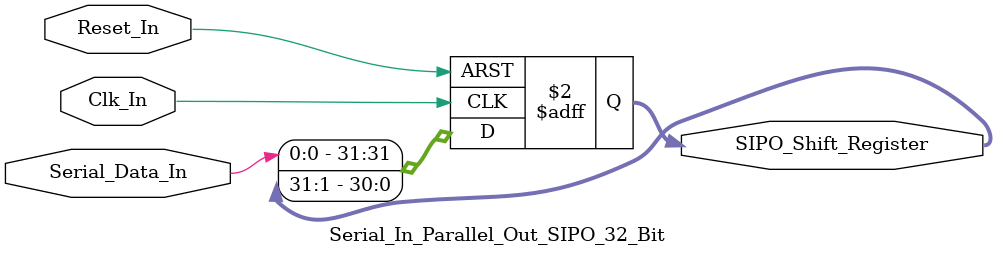
<source format=v>
/*
Verilog Code, to implement a Serial-In-Parallel-Out - SIPO - 32-Bit Shift Register.



Author : Prasad Narayan Ghatol
*/



module Serial_In_Parallel_Out_SIPO_32_Bit (
    input             Clk_In,
    input             Reset_In,

    input             Serial_Data_In,
    output reg [31:0] SIPO_Shift_Register
);



// --------------------------------------------------
// Serial-In-Parallel-Out - SIPO - 32-Bit Shift Register Logic
// --------------------------------------------------
always @ (negedge Clk_In or posedge Reset_In)
    begin
        if (Reset_In)
            begin
                SIPO_Shift_Register <= 32'b0;
            end
        else
            begin
                SIPO_Shift_Register[31] <= Serial_Data_In;
                SIPO_Shift_Register[30] <= SIPO_Shift_Register[31];
                SIPO_Shift_Register[29] <= SIPO_Shift_Register[30];
                SIPO_Shift_Register[28] <= SIPO_Shift_Register[29];
                SIPO_Shift_Register[27] <= SIPO_Shift_Register[28];
                SIPO_Shift_Register[26] <= SIPO_Shift_Register[27];
                SIPO_Shift_Register[25] <= SIPO_Shift_Register[26];
                SIPO_Shift_Register[24] <= SIPO_Shift_Register[25];
                SIPO_Shift_Register[23] <= SIPO_Shift_Register[24];
                SIPO_Shift_Register[22] <= SIPO_Shift_Register[23];
                SIPO_Shift_Register[21] <= SIPO_Shift_Register[22];
                SIPO_Shift_Register[20] <= SIPO_Shift_Register[21];
                SIPO_Shift_Register[19] <= SIPO_Shift_Register[20];
                SIPO_Shift_Register[18] <= SIPO_Shift_Register[19];
                SIPO_Shift_Register[17] <= SIPO_Shift_Register[18];
                SIPO_Shift_Register[16] <= SIPO_Shift_Register[17];
                SIPO_Shift_Register[15] <= SIPO_Shift_Register[16];
                SIPO_Shift_Register[14] <= SIPO_Shift_Register[15];
                SIPO_Shift_Register[13] <= SIPO_Shift_Register[14];
                SIPO_Shift_Register[12] <= SIPO_Shift_Register[13];
                SIPO_Shift_Register[11] <= SIPO_Shift_Register[12];
                SIPO_Shift_Register[10] <= SIPO_Shift_Register[11];
                SIPO_Shift_Register[9]  <= SIPO_Shift_Register[10];
                SIPO_Shift_Register[8]  <= SIPO_Shift_Register[9];
                SIPO_Shift_Register[7]  <= SIPO_Shift_Register[8];
                SIPO_Shift_Register[6]  <= SIPO_Shift_Register[7];
                SIPO_Shift_Register[5]  <= SIPO_Shift_Register[6];
                SIPO_Shift_Register[4]  <= SIPO_Shift_Register[5];
                SIPO_Shift_Register[3]  <= SIPO_Shift_Register[4];
                SIPO_Shift_Register[2]  <= SIPO_Shift_Register[3];
                SIPO_Shift_Register[1]  <= SIPO_Shift_Register[2];
                SIPO_Shift_Register[0]  <= SIPO_Shift_Register[1];
            end
    end



endmodule
</source>
